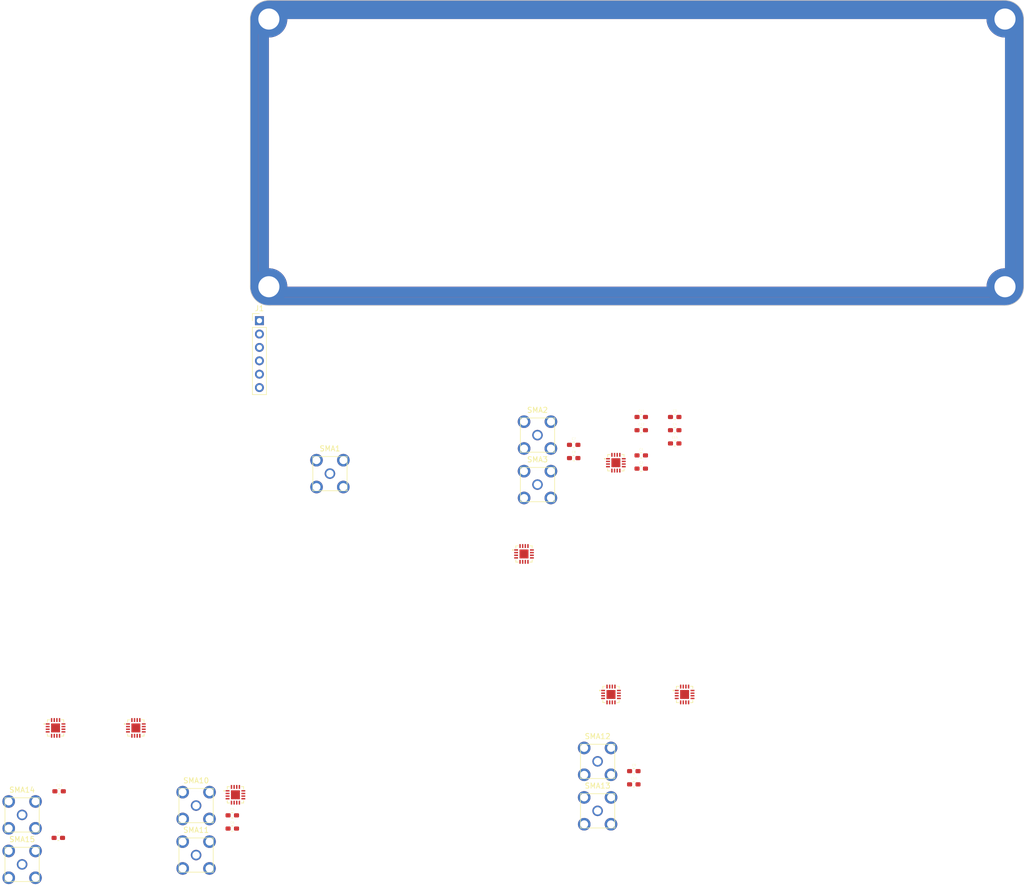
<source format=kicad_pcb>
(kicad_pcb (version 20221018) (generator pcbnew)
  (layers (0 "F.Cu" signal) (1 "In1.Cu" signal) (2 "In2.Cu" signal) (31 "B.Cu" signal) (34 "B.Paste" user) (35 "F.Paste" user) (36 "B.SilkS" user "B.Silkscreen") (37 "F.SilkS" user "F.Silkscreen") (38 "B.Mask" user) (39 "F.Mask" user) (44 "Edge.Cuts" user))
  (net 0 "")
  (net 1 "Vdd")
  (net 2 "GND")
  (net 3 "Vctr1")
  (net 4 "Vctr2")
  (net 5 "Vctr3")
  (net 6 "/Switch_cell1/In")
  (net 7 "Net-(U5-RF1)")
  (net 8 "Net-(U5-RF2)")
  (net 9 "Net-(U4-RF1)")
  (net 10 "Net-(U4-RF2)")
  (net 11 "Net-(U6-RF1)")
  (net 12 "Net-(U6-RF2)")
  (net 13 "Net-(U7-RF1)")
  (net 14 "Net-(U7-RF2)")
  (net 15 "/Switch_cell3/Out1")
  (net 16 "/Switch_cell1/Out2")
  (net 17 "/Switch_S6/In")
  (net 18 "/Switch_S3/In")
  (net 19 "/Switch_cell1/Out1")
  (net 20 "/Switch_S4/In")
  (net 21 "/Switch_S5/In")
  (net 22 "Net-(U3-RFC)")
  (footprint "radar:0603 usual" (layer "F.Cu") (at 117.5 -56.495)
    (fp_text reference "C4" (at 0.02 -1.14 unlocked) (layer "F.SilkS") (effects (font (size 0.4 0.4) (thickness 0.03))))
    (fp_text value "22uF")
    (fp_line (start -0.146267 -0.515) (end 0.146267 -0.515) (stroke (width 0.12)) (layer "F.SilkS"))
    (fp_line (start -0.146267 0.505) (end 0.146267 0.505) (stroke (width 0.12)) (layer "F.SilkS"))
    (pad "1" smd roundrect (at -0.8 -0.005) (size 0.965 0.8) (layers "F.Cu" "F.Paste" "F.Mask") (net 1 "Vdd"))
    (pad "2" smd roundrect (at 0.8 -0.005) (size 0.965 0.8) (layers "F.Cu" "F.Paste" "F.Mask") (net 2 "GND"))
  )
  (footprint "MUSIC_Lab:Switch_PE42553A_QFN17N" (layer "F.Cu") (at 119.38 -6.35)
    (fp_text reference "U3" hide)
    (fp_text value "Switch_PE42553A-Z" hide)
    (fp_line (start -1.55 -1.55) (end -1.07 -1.55) (stroke (width 0.127)) (layer "F.SilkS"))
    (fp_line (start -1.55 -1.07) (end -1.55 -1.55) (stroke (width 0.127)) (layer "F.SilkS"))
    (fp_line (start -1.55 1.07) (end -1.55 1.55) (stroke (width 0.127)) (layer "F.SilkS"))
    (fp_line (start -1.55 1.55) (end -1.07 1.55) (stroke (width 0.127)) (layer "F.SilkS"))
    (fp_line (start 1.07 -1.55) (end 1.55 -1.55) (stroke (width 0.127)) (layer "F.SilkS"))
    (fp_line (start 1.55 -1.55) (end 1.55 -1.07) (stroke (width 0.127)) (layer "F.SilkS"))
    (fp_line (start 1.55 1.07) (end 1.55 1.55) (stroke (width 0.127)) (layer "F.SilkS"))
    (fp_line (start 1.55 1.55) (end 1.07 1.55) (stroke (width 0.127)) (layer "F.SilkS"))
    (fp_circle (center -2.121 -0.75) (end -2.046 -0.75) (stroke (width 0.15)) (fill none) (layer "F.SilkS"))
    (pad "1" smd roundrect (at -1.495 -0.75) (size 0.74 0.27) (layers "F.Cu" "F.Paste" "F.Mask") (roundrect_rratio 0.07) (net 2 "GND"))
    (pad "2" smd roundrect (at -1.495 -0.25) (size 0.74 0.27) (layers "F.Cu" "F.Paste" "F.Mask") (roundrect_rratio 0.07) (net 19 "/Switch_cell1/Out1"))
    (pad "3" smd roundrect (at -1.495 0.25) (size 0.74 0.27) (layers "F.Cu" "F.Paste" "F.Mask") (roundrect_rratio 0.07) (net 2 "GND"))
    (pad "4" smd roundrect (at -1.495 0.75) (size 0.74 0.27) (layers "F.Cu" "F.Paste" "F.Mask") (roundrect_rratio 0.07) (net 2 "GND"))
    (pad "5" smd roundrect (at -0.75 1.495 90) (size 0.74 0.27) (layers "F.Cu" "F.Paste" "F.Mask") (roundrect_rratio 0.07) (net 2 "GND"))
    (pad "6" smd roundrect (at -0.25 1.495 90) (size 0.74 0.27) (layers "F.Cu" "F.Paste" "F.Mask") (roundrect_rratio 0.07) (net 2 "GND"))
    (pad "7" smd roundrect (at 0.25 1.495 90) (size 0.74 0.27) (layers "F.Cu" "F.Paste" "F.Mask") (roundrect_rratio 0.07) (net 22 "Net-(U3-RFC)"))
    (pad "8" smd roundrect (at 0.75 1.495 90) (size 0.74 0.27) (layers "F.Cu" "F.Paste" "F.Mask") (roundrect_rratio 0.07) (net 2 "GND"))
    (pad "9" smd roundrect (at 1.495 0.75 180) (size 0.74 0.27) (layers "F.Cu" "F.Paste" "F.Mask") (roundrect_rratio 0.07) (net 2 "GND"))
    (pad "10" smd roundrect (at 1.495 0.25 180) (size 0.74 0.27) (layers "F.Cu" "F.Paste" "F.Mask") (roundrect_rratio 0.07) (net 2 "GND"))
    (pad "11" smd roundrect (at 1.495 -0.25 180) (size 0.74 0.27) (layers "F.Cu" "F.Paste" "F.Mask") (roundrect_rratio 0.07) (net 16 "/Switch_cell1/Out2"))
    (pad "12" smd roundrect (at 1.495 -0.75 180) (size 0.74 0.27) (layers "F.Cu" "F.Paste" "F.Mask") (roundrect_rratio 0.07) (net 2 "GND"))
    (pad "13" smd roundrect (at 0.75 -1.495 270) (size 0.74 0.27) (layers "F.Cu" "F.Paste" "F.Mask") (roundrect_rratio 0.07) (net 2 "GND"))
    (pad "14" smd roundrect (at 0.25 -1.495 270) (size 0.74 0.27) (layers "F.Cu" "F.Paste" "F.Mask") (roundrect_rratio 0.07) (net 3 "Vctr1"))
    (pad "15" smd roundrect (at -0.25 -1.495 270) (size 0.74 0.27) (layers "F.Cu" "F.Paste" "F.Mask") (roundrect_rratio 0.07) (net 2 "GND"))
    (pad "16" smd roundrect (at -0.75 -1.495 270) (size 0.74 0.27) (layers "F.Cu" "F.Paste" "F.Mask") (roundrect_rratio 0.07) (net 1 "Vdd"))
    (pad "EP" smd rect (at 0 0) (size 1.7 1.7) (layers "F.Cu" "F.Mask") (net 2 "GND"))
  )
  (footprint "radar:0603 usual" (layer "F.Cu") (at 111.15 -51.715)
    (fp_text reference "C1" (at 0.02 -1.14 unlocked) (layer "F.SilkS") (effects (font (size 0.4 0.4) (thickness 0.03))))
    (fp_text value "0.1uF")
    (fp_line (start -0.146267 -0.515) (end 0.146267 -0.515) (stroke (width 0.12)) (layer "F.SilkS"))
    (fp_line (start -0.146267 0.505) (end 0.146267 0.505) (stroke (width 0.12)) (layer "F.SilkS"))
    (pad "1" smd roundrect (at -0.8 -0.005) (size 0.965 0.8) (layers "F.Cu" "F.Paste" "F.Mask") (net 1 "Vdd"))
    (pad "2" smd roundrect (at 0.8 -0.005) (size 0.965 0.8) (layers "F.Cu" "F.Paste" "F.Mask") (net 2 "GND"))
  )
  (footprint "radar:0603 usual" (layer "F.Cu") (at 111.15 -49.205)
    (fp_text reference "C2" (at 0.02 -1.14 unlocked) (layer "F.SilkS") (effects (font (size 0.4 0.4) (thickness 0.03))))
    (fp_text value "22uF")
    (fp_line (start -0.146267 -0.515) (end 0.146267 -0.515) (stroke (width 0.12)) (layer "F.SilkS"))
    (fp_line (start -0.146267 0.505) (end 0.146267 0.505) (stroke (width 0.12)) (layer "F.SilkS"))
    (pad "1" smd roundrect (at -0.8 -0.005) (size 0.965 0.8) (layers "F.Cu" "F.Paste" "F.Mask") (net 1 "Vdd"))
    (pad "2" smd roundrect (at 0.8 -0.005) (size 0.965 0.8) (layers "F.Cu" "F.Paste" "F.Mask") (net 2 "GND"))
  )
  (footprint "MUSIC_Lab:SMA_KHD" (layer "F.Cu") (at 26.67 24.13)
    (fp_text reference "SMA11" (at 0 -4.75) (layer "F.SilkS"))
    (fp_text value "~")
    (fp_rect (start -3.25 -3.25) (end 3.25 3.25) (stroke (width 0.12)) (fill none) (layer "F.SilkS"))
    (pad "1" thru_hole circle (at 0 0) (size 2 2) (drill 1.4) (layers "*.Cu" "*.Mask") (net 10 "Net-(U4-RF2)"))
    (pad "2" thru_hole circle (at -2.55 -2.55) (size 2.4 2.4) (drill 1.5) (layers "*.Cu" "*.Mask") (net 2 "GND"))
    (pad "2" thru_hole circle (at -2.54 2.54) (size 2.4 2.4) (drill 1.5) (layers "*.Cu" "*.Mask") (net 2 "GND"))
    (pad "2" thru_hole circle (at 2.54 2.54) (size 2.4 2.4) (drill 1.5) (layers "*.Cu" "*.Mask") (net 2 "GND"))
    (pad "2" thru_hole circle (at 2.55 -2.55) (size 2.4 2.4) (drill 1.5) (layers "*.Cu" "*.Mask") (net 2 "GND"))
  )
  (footprint "radar:0603 usual" (layer "F.Cu") (at 111.15 -56.495)
    (fp_text reference "C12" (at 0.02 -1.14 unlocked) (layer "F.SilkS") (effects (font (size 0.4 0.4) (thickness 0.03))))
    (fp_text value "22uF")
    (fp_line (start -0.146267 -0.515) (end 0.146267 -0.515) (stroke (width 0.12)) (layer "F.SilkS"))
    (fp_line (start -0.146267 0.505) (end 0.146267 0.505) (stroke (width 0.12)) (layer "F.SilkS"))
    (pad "1" smd roundrect (at -0.8 -0.005) (size 0.965 0.8) (layers "F.Cu" "F.Paste" "F.Mask") (net 1 "Vdd"))
    (pad "2" smd roundrect (at 0.8 -0.005) (size 0.965 0.8) (layers "F.Cu" "F.Paste" "F.Mask") (net 2 "GND"))
  )
  (footprint "MUSIC_Lab:SMA_KHD" (layer "F.Cu") (at 102.87 6.35)
    (fp_text reference "SMA12" (at 0 -4.75) (layer "F.SilkS"))
    (fp_text value "~")
    (fp_rect (start -3.25 -3.25) (end 3.25 3.25) (stroke (width 0.12)) (fill none) (layer "F.SilkS"))
    (pad "1" thru_hole circle (at 0 0) (size 2 2) (drill 1.4) (layers "*.Cu" "*.Mask") (net 11 "Net-(U6-RF1)"))
    (pad "2" thru_hole circle (at -2.55 -2.55) (size 2.4 2.4) (drill 1.5) (layers "*.Cu" "*.Mask") (net 2 "GND"))
    (pad "2" thru_hole circle (at -2.54 2.54) (size 2.4 2.4) (drill 1.5) (layers "*.Cu" "*.Mask") (net 2 "GND"))
    (pad "2" thru_hole circle (at 2.54 2.54) (size 2.4 2.4) (drill 1.5) (layers "*.Cu" "*.Mask") (net 2 "GND"))
    (pad "2" thru_hole circle (at 2.55 -2.55) (size 2.4 2.4) (drill 1.5) (layers "*.Cu" "*.Mask") (net 2 "GND"))
  )
  (footprint "radar:0603 usual" (layer "F.Cu") (at 98.33 -53.715)
    (fp_text reference "C7" (at 0.02 -1.14 unlocked) (layer "F.SilkS") (effects (font (size 0.4 0.4) (thickness 0.03))))
    (fp_text value "0.1uF")
    (fp_line (start -0.146267 -0.515) (end 0.146267 -0.515) (stroke (width 0.12)) (layer "F.SilkS"))
    (fp_line (start -0.146267 0.505) (end 0.146267 0.505) (stroke (width 0.12)) (layer "F.SilkS"))
    (pad "1" smd roundrect (at -0.8 -0.005) (size 0.965 0.8) (layers "F.Cu" "F.Paste" "F.Mask") (net 1 "Vdd"))
    (pad "2" smd roundrect (at 0.8 -0.005) (size 0.965 0.8) (layers "F.Cu" "F.Paste" "F.Mask") (net 2 "GND"))
  )
  (footprint "MUSIC_Lab:Outline_11x4" (layer "F.Cu") (at 110.331 -109.129)
    (fp_text reference "outline1" hide)
    (fp_text value "~")
    (fp_line (start -73.406 25.4) (end -73.406 -25.4) (stroke (width 0.12)) (layer "Edge.Cuts"))
    (fp_line (start -69.85 -28.956) (end 69.85 -28.956) (stroke (width 0.12)) (layer "Edge.Cuts"))
    (fp_line (start 69.85 28.956) (end -69.85 28.956) (stroke (width 0.12)) (layer "Edge.Cuts"))
    (fp_line (start 73.406 -25.4) (end 73.406 25.4) (stroke (width 0.12)) (layer "Edge.Cuts"))
    (fp_arc (start -73.406 -25.4) (mid -72.364472 -27.914472) (end -69.85 -28.956) (stroke (width 0.12)) (layer "Edge.Cuts"))
    (fp_arc (start -69.85 28.956) (mid -72.364472 27.914472) (end -73.406 25.4) (stroke (width 0.12)) (layer "Edge.Cuts"))
    (fp_arc (start 69.85 -28.956) (mid 72.364472 -27.914472) (end 73.406 -25.4) (stroke (width 0.12)) (layer "Edge.Cuts"))
    (fp_arc (start 73.406 25.4) (mid 72.364472 27.914472) (end 69.85 28.956) (stroke (width 0.12)) (layer "Edge.Cuts"))
    (pad "1" smd rect (at -72.6 0 90) (size 50.8 1.5) (property pad_prop_testpoint) (layers "F.Cu" "F.Mask") (net 2 "GND"))
    (pad "1" smd rect (at -72.6 0 90) (size 50.8 1.5) (property pad_prop_testpoint) (layers "B.Cu" "B.Mask") (net 2 "GND"))
    (pad "1" smd rect (at -70.85 0 90) (size 46.8 2) (property pad_prop_testpoint) (layers "F.Cu" "F.Mask") (net 2 "GND"))
    (pad "1" smd rect (at -70.85 0 90) (size 46.8 2) (property pad_prop_testpoint) (layers "B.Cu" "B.Mask") (net 2 "GND"))
    (pad "1" thru_hole circle (at -69.85 -25.4) (size 7 7) (drill 4) (layers "*.Cu" "*.Mask") (net 2 "GND"))
    (pad "1" thru_hole circle (at -69.85 25.4) (size 7 7) (drill 4) (layers "*.Cu" "*.Mask") (net 2 "GND"))
    (pad "1" smd rect (at 0 -28.15) (size 139.7 1.5) (property pad_prop_testpoint) (layers "F.Cu" "F.Mask") (net 2 "GND"))
    (pad "1" smd rect (at 0 -28.15) (size 139.7 1.5) (property pad_prop_testpoint) (layers "B.Cu" "B.Mask") (net 2 "GND"))
    (pad "1" smd rect (at 0 -26.4) (size 135.7 2) (property pad_prop_testpoint) (layers "F.Cu" "F.Mask") (net 2 "GND"))
    (pad "1" smd rect (at 0 -26.4) (size 135.7 2) (property pad_prop_testpoint) (layers "B.Cu" "B.Mask") (net 2 "GND"))
    (pad "1" smd rect (at 0 26.4) (size 135.7 2) (property pad_prop_testpoint) (layers "F.Cu" "F.Mask") (net 2 "GND"))
    (pad "1" smd rect (at 0 26.4) (size 135.7 2) (property pad_prop_testpoint) (layers "B.Cu" "B.Mask") (net 2 "GND"))
    (pad "1" smd rect (at 0 28.15) (size 139.7 1.5) (property pad_prop_testpoint) (layers "F.Cu" "F.Mask") (net 2 "GND"))
    (pad "1" smd rect (at 0 28.15) (size 139.7 1.5) (property pad_prop_testpoint) (layers "B.Cu" "B.Mask") (net 2 "GND"))
    (pad "1" thru_hole circle (at 69.85 -25.4) (size 7 7) (drill 4) (layers "*.Cu" "*.Mask") (net 2 "GND"))
    (pad "1" thru_hole circle (at 69.85 25.4) (size 7 7) (drill 4) (layers "*.Cu" "*.Mask") (net 2 "GND"))
    (pad "1" smd rect (at 70.85 0 90) (size 46.8 2) (property pad_prop_testpoint) (layers "F.Cu" "F.Mask") (net 2 "GND"))
    (pad "1" smd rect (at 70.85 0 90) (size 46.8 2) (property pad_prop_testpoint) (layers "B.Cu" "B.Mask") (net 2 "GND"))
    (pad "1" smd rect (at 72.6 0 90) (size 50.8 1.5) (property pad_prop_testpoint) (layers "F.Cu" "F.Mask") (net 2 "GND"))
    (pad "1" smd rect (at 72.6 0 90) (size 50.8 1.5) (property pad_prop_testpoint) (layers "B.Cu" "B.Mask") (net 2 "GND"))
  )
  (footprint "radar:0603 usual" (layer "F.Cu") (at 109.74 8.205)
    (fp_text reference "C9" (at 0.02 -1.14 unlocked) (layer "F.SilkS") (effects (font (size 0.4 0.4) (thickness 0.03))))
    (fp_text value "0.1uF")
    (fp_line (start -0.146267 -0.515) (end 0.146267 -0.515) (stroke (width 0.12)) (layer "F.SilkS"))
    (fp_line (start -0.146267 0.505) (end 0.146267 0.505) (stroke (width 0.12)) (layer "F.SilkS"))
    (pad "1" smd roundrect (at -0.8 -0.005) (size 0.965 0.8) (layers "F.Cu" "F.Paste" "F.Mask") (net 1 "Vdd"))
    (pad "2" smd roundrect (at 0.8 -0.005) (size 0.965 0.8) (layers "F.Cu" "F.Paste" "F.Mask") (net 2 "GND"))
  )
  (footprint "MUSIC_Lab:Switch_PE42553A_QFN17N" (layer "F.Cu") (at 105.41 -6.35)
    (fp_text reference "U2" hide)
    (fp_text value "Switch_PE42553A-Z" hide)
    (fp_line (start -1.55 -1.55) (end -1.07 -1.55) (stroke (width 0.127)) (layer "F.SilkS"))
    (fp_line (start -1.55 -1.07) (end -1.55 -1.55) (stroke (width 0.127)) (layer "F.SilkS"))
    (fp_line (start -1.55 1.07) (end -1.55 1.55) (stroke (width 0.127)) (layer "F.SilkS"))
    (fp_line (start -1.55 1.55) (end -1.07 1.55) (stroke (width 0.127)) (layer "F.SilkS"))
    (fp_line (start 1.07 -1.55) (end 1.55 -1.55) (stroke (width 0.127)) (layer "F.SilkS"))
    (fp_line (start 1.55 -1.55) (end 1.55 -1.07) (stroke (width 0.127)) (layer "F.SilkS"))
    (fp_line (start 1.55 1.07) (end 1.55 1.55) (stroke (width 0.127)) (layer "F.SilkS"))
    (fp_line (start 1.55 1.55) (end 1.07 1.55) (stroke (width 0.127)) (layer "F.SilkS"))
    (fp_circle (center -2.121 -0.75) (end -2.046 -0.75) (stroke (width 0.15)) (fill none) (layer "F.SilkS"))
    (pad "1" smd roundrect (at -1.495 -0.75) (size 0.74 0.27) (layers "F.Cu" "F.Paste" "F.Mask") (roundrect_rratio 0.07) (net 2 "GND"))
    (pad "2" smd roundrect (at -1.495 -0.25) (size 0.74 0.27) (layers "F.Cu" "F.Paste" "F.Mask") (roundrect_rratio 0.07) (net 18 "/Switch_S3/In"))
    (pad "3" smd roundrect (at -1.495 0.25) (size 0.74 0.27) (layers "F.Cu" "F.Paste" "F.Mask") (roundrect_rratio 0.07) (net 2 "GND"))
    (pad "4" smd roundrect (at -1.495 0.75) (size 0.74 0.27) (layers "F.Cu" "F.Paste" "F.Mask") (roundrect_rratio 0.07) (net 2 "GND"))
    (pad "5" smd roundrect (at -0.75 1.495 90) (size 0.74 0.27) (layers "F.Cu" "F.Paste" "F.Mask") (roundrect_rratio 0.07) (net 2 "GND"))
    (pad "6" smd roundrect (at -0.25 1.495 90) (size 0.74 0.27) (layers "F.Cu" "F.Paste" "F.Mask") (roundrect_rratio 0.07) (net 2 "GND"))
    (pad "7" smd roundrect (at 0.25 1.495 90) (size 0.74 0.27) (layers "F.Cu" "F.Paste" "F.Mask") (roundrect_rratio 0.07) (net 19 "/Switch_cell1/Out1"))
    (pad "8" smd roundrect (at 0.75 1.495 90) (size 0.74 0.27) (layers "F.Cu" "F.Paste" "F.Mask") (roundrect_rratio 0.07) (net 2 "GND"))
    (pad "9" smd roundrect (at 1.495 0.75 180) (size 0.74 0.27) (layers "F.Cu" "F.Paste" "F.Mask") (roundrect_rratio 0.07) (net 2 "GND"))
    (pad "10" smd roundrect (at 1.495 0.25 180) (size 0.74 0.27) (layers "F.Cu" "F.Paste" "F.Mask") (roundrect_rratio 0.07) (net 2 "GND"))
    (pad "11" smd roundrect (at 1.495 -0.25 180) (size 0.74 0.27) (layers "F.Cu" "F.Paste" "F.Mask") (roundrect_rratio 0.07) (net 20 "/Switch_S4/In"))
    (pad "12" smd roundrect (at 1.495 -0.75 180) (size 0.74 0.27) (layers "F.Cu" "F.Paste" "F.Mask") (roundrect_rratio 0.07) (net 2 "GND"))
    (pad "13" smd roundrect (at 0.75 -1.495 270) (size 0.74 0.27) (layers "F.Cu" "F.Paste" "F.Mask") (roundrect_rratio 0.07) (net 2 "GND"))
    (pad "14" smd roundrect (at 0.25 -1.495 270) (size 0.74 0.27) (layers "F.Cu" "F.Paste" "F.Mask") (roundrect_rratio 0.07) (net 4 "Vctr2"))
    (pad "15" smd roundrect (at -0.25 -1.495 270) (size 0.74 0.27) (layers "F.Cu" "F.Paste" "F.Mask") (roundrect_rratio 0.07) (net 2 "GND"))
    (pad "16" smd roundrect (at -0.75 -1.495 270) (size 0.74 0.27) (layers "F.Cu" "F.Paste" "F.Mask") (roundrect_rratio 0.07) (net 1 "Vdd"))
    (pad "EP" smd rect (at 0 0) (size 1.7 1.7) (layers "F.Cu" "F.Mask") (net 2 "GND"))
  )
  (footprint "radar:0603 usual" (layer "F.Cu") (at 117.5 -59.005)
    (fp_text reference "C3" (at 0.02 -1.14 unlocked) (layer "F.SilkS") (effects (font (size 0.4 0.4) (thickness 0.03))))
    (fp_text value "0.1uF")
    (fp_line (start -0.146267 -0.515) (end 0.146267 -0.515) (stroke (width 0.12)) (layer "F.SilkS"))
    (fp_line (start -0.146267 0.505) (end 0.146267 0.505) (stroke (width 0.12)) (layer "F.SilkS"))
    (pad "1" smd roundrect (at -0.8 -0.005) (size 0.965 0.8) (layers "F.Cu" "F.Paste" "F.Mask") (net 1 "Vdd"))
    (pad "2" smd roundrect (at 0.8 -0.005) (size 0.965 0.8) (layers "F.Cu" "F.Paste" "F.Mask") (net 2 "GND"))
  )
  (footprint "Connector_PinHeader_2.54mm:PinHeader_1x06_P2.54mm_Vertical" (layer "F.Cu") (at 38.69 -77.29)
    (fp_text reference "J1" (at 0 -2.33) (layer "F.SilkS"))
    (fp_text value "Conn_01x06")
    (fp_line (start -1.33 -1.33) (end 0 -1.33) (stroke (width 0.12)) (layer "F.SilkS"))
    (fp_line (start -1.33 0) (end -1.33 -1.33) (stroke (width 0.12)) (layer "F.SilkS"))
    (fp_line (start -1.33 1.27) (end -1.33 14.03) (stroke (width 0.12)) (layer "F.SilkS"))
    (fp_line (start -1.33 1.27) (end 1.33 1.27) (stroke (width 0.12)) (layer "F.SilkS"))
    (fp_line (start -1.33 14.03) (end 1.33 14.03) (stroke (width 0.12)) (layer "F.SilkS"))
    (fp_line (start 1.33 1.27) (end 1.33 14.03) (stroke (width 0.12)) (layer "F.SilkS"))
    (pad "1" thru_hole rect (at 0 0) (size 1.7 1.7) (drill 1) (layers "*.Cu" "*.Mask") (net 2 "GND"))
    (pad "2" thru_hole oval (at 0 2.54) (size 1.7 1.7) (drill 1) (layers "*.Cu" "*.Mask") (net 1 "Vdd"))
    (pad "3" thru_hole oval (at 0 5.08) (size 1.7 1.7) (drill 1) (layers "*.Cu" "*.Mask") (net 3 "Vctr1"))
    (pad "4" thru_hole oval (at 0 7.62) (size 1.7 1.7) (drill 1) (layers "*.Cu" "*.Mask") (net 4 "Vctr2"))
    (pad "5" thru_hole oval (at 0 10.16) (size 1.7 1.7) (drill 1) (layers "*.Cu" "*.Mask") (net 5 "Vctr3"))
    (pad "6" thru_hole oval (at 0 12.7) (size 1.7 1.7) (drill 1) (layers "*.Cu" "*.Mask") (net 2 "GND"))
  )
  (footprint "radar:0603 usual" (layer "F.Cu") (at 109.74 10.715)
    (fp_text reference "C10" (at 0.02 -1.14 unlocked) (layer "F.SilkS") (effects (font (size 0.4 0.4) (thickness 0.03))))
    (fp_text value "22uF")
    (fp_line (start -0.146267 -0.515) (end 0.146267 -0.515) (stroke (width 0.12)) (layer "F.SilkS"))
    (fp_line (start -0.146267 0.505) (end 0.146267 0.505) (stroke (width 0.12)) (layer "F.SilkS"))
    (pad "1" smd roundrect (at -0.8 -0.005) (size 0.965 0.8) (layers "F.Cu" "F.Paste" "F.Mask") (net 1 "Vdd"))
    (pad "2" smd roundrect (at 0.8 -0.005) (size 0.965 0.8) (layers "F.Cu" "F.Paste" "F.Mask") (net 2 "GND"))
  )
  (footprint "radar:0603 usual" (layer "F.Cu") (at 33.54 16.595)
    (fp_text reference "C5" (at 0.02 -1.14 unlocked) (layer "F.SilkS") (effects (font (size 0.4 0.4) (thickness 0.03))))
    (fp_text value "0.1uF")
    (fp_line (start -0.146267 -0.515) (end 0.146267 -0.515) (stroke (width 0.12)) (layer "F.SilkS"))
    (fp_line (start -0.146267 0.505) (end 0.146267 0.505) (stroke (width 0.12)) (layer "F.SilkS"))
    (pad "1" smd roundrect (at -0.8 -0.005) (size 0.965 0.8) (layers "F.Cu" "F.Paste" "F.Mask") (net 1 "Vdd"))
    (pad "2" smd roundrect (at 0.8 -0.005) (size 0.965 0.8) (layers "F.Cu" "F.Paste" "F.Mask") (net 2 "GND"))
  )
  (footprint "MUSIC_Lab:SMA_KHD" (layer "F.Cu") (at -6.35 16.51)
    (fp_text reference "SMA14" (at 0 -4.75) (layer "F.SilkS"))
    (fp_text value "~")
    (fp_rect (start -3.25 -3.25) (end 3.25 3.25) (stroke (width 0.12)) (fill none) (layer "F.SilkS"))
    (pad "1" thru_hole circle (at 0 0) (size 2 2) (drill 1.4) (layers "*.Cu" "*.Mask") (net 13 "Net-(U7-RF1)"))
    (pad "2" thru_hole circle (at -2.55 -2.55) (size 2.4 2.4) (drill 1.5) (layers "*.Cu" "*.Mask") (net 2 "GND"))
    (pad "2" thru_hole circle (at -2.54 2.54) (size 2.4 2.4) (drill 1.5) (layers "*.Cu" "*.Mask") (net 2 "GND"))
    (pad "2" thru_hole circle (at 2.54 2.54) (size 2.4 2.4) (drill 1.5) (layers "*.Cu" "*.Mask") (net 2 "GND"))
    (pad "2" thru_hole circle (at 2.55 -2.55) (size 2.4 2.4) (drill 1.5) (layers "*.Cu" "*.Mask") (net 2 "GND"))
  )
  (footprint "MUSIC_Lab:Switch_PE42553A_QFN17N" (layer "F.Cu") (at 34.136 12.69)
    (fp_text reference "U4" hide)
    (fp_text value "Switch_PE42553A-Z" hide)
    (fp_line (start -1.55 -1.55) (end -1.07 -1.55) (stroke (width 0.127)) (layer "F.SilkS"))
    (fp_line (start -1.55 -1.07) (end -1.55 -1.55) (stroke (width 0.127)) (layer "F.SilkS"))
    (fp_line (start -1.55 1.07) (end -1.55 1.55) (stroke (width 0.127)) (layer "F.SilkS"))
    (fp_line (start -1.55 1.55) (end -1.07 1.55) (stroke (width 0.127)) (layer "F.SilkS"))
    (fp_line (start 1.07 -1.55) (end 1.55 -1.55) (stroke (width 0.127)) (layer "F.SilkS"))
    (fp_line (start 1.55 -1.55) (end 1.55 -1.07) (stroke (width 0.127)) (layer "F.SilkS"))
    (fp_line (start 1.55 1.07) (end 1.55 1.55) (stroke (width 0.127)) (layer "F.SilkS"))
    (fp_line (start 1.55 1.55) (end 1.07 1.55) (stroke (width 0.127)) (layer "F.SilkS"))
    (fp_circle (center -2.121 -0.75) (end -2.046 -0.75) (stroke (width 0.15)) (fill none) (layer "F.SilkS"))
    (pad "1" smd roundrect (at -1.495 -0.75) (size 0.74 0.27) (layers "F.Cu" "F.Paste" "F.Mask") (roundrect_rratio 0.07) (net 2 "GND"))
    (pad "2" smd roundrect (at -1.495 -0.25) (size 0.74 0.27) (layers "F.Cu" "F.Paste" "F.Mask") (roundrect_rratio 0.07) (net 9 "Net-(U4-RF1)"))
    (pad "3" smd roundrect (at -1.495 0.25) (size 0.74 0.27) (layers "F.Cu" "F.Paste" "F.Mask") (roundrect_rratio 0.07) (net 2 "GND"))
    (pad "4" smd roundrect (at -1.495 0.75) (size 0.74 0.27) (layers "F.Cu" "F.Paste" "F.Mask") (roundrect_rratio 0.07) (net 2 "GND"))
    (pad "5" smd roundrect (at -0.75 1.495 90) (size 0.74 0.27) (layers "F.Cu" "F.Paste" "F.Mask") (roundrect_rratio 0.07) (net 2 "GND"))
    (pad "6" smd roundrect (at -0.25 1.495 90) (size 0.74 0.27) (layers "F.Cu" "F.Paste" "F.Mask") (roundrect_rratio 0.07) (net 2 "GND"))
    (pad "7" smd roundrect (at 0.25 1.495 90) (size 0.74 0.27) (layers "F.Cu" "F.Paste" "F.Mask") (roundrect_rratio 0.07) (net 18 "/Switch_S3/In"))
    (pad "8" smd roundrect (at 0.75 1.495 90) (size 0.74 0.27) (layers "F.Cu" "F.Paste" "F.Mask") (roundrect_rratio 0.07) (net 2 "GND"))
    (pad "9" smd roundrect (at 1.495 0.75 180) (size 0.74 0.27) (layers "F.Cu" "F.Paste" "F.Mask") (roundrect_rratio 0.07) (net 2 "GND"))
    (pad "10" smd roundrect (at 1.495 0.25 180) (size 0.74 0.27) (layers "F.Cu" "F.Paste" "F.Mask") (roundrect_rratio 0.07) (net 2 "GND"))
    (pad "11" smd roundrect (at 1.495 -0.25 180) (size 0.74 0.27) (layers "F.Cu" "F.Paste" "F.Mask") (roundrect_rratio 0.07) (net 10 "Net-(U4-RF2)"))
    (pad "12" smd roundrect (at 1.495 -0.75 180) (size 0.74 0.27) (layers "F.Cu" "F.Paste" "F.Mask") (roundrect_rratio 0.07) (net 2 "GND"))
    (pad "13" smd roundrect (at 0.75 -1.495 270) (size 0.74 0.27) (layers "F.Cu" "F.Paste" "F.Mask") (roundrect_rratio 0.07) (net 2 "GND"))
    (pad "14" smd roundrect (at 0.25 -1.495 270) (size 0.74 0.27) (layers "F.Cu" "F.Paste" "F.Mask") (roundrect_rratio 0.07) (net 5 "Vctr3"))
    (pad "15" smd roundrect (at -0.25 -1.495 270) (size 0.74 0.27) (layers "F.Cu" "F.Paste" "F.Mask") (roundrect_rratio 0.07) (net 2 "GND"))
    (pad "16" smd roundrect (at -0.75 -1.495 270) (size 0.74 0.27) (layers "F.Cu" "F.Paste" "F.Mask") (roundrect_rratio 0.07) (net 1 "Vdd"))
    (pad "EP" smd rect (at 0 0) (size 1.7 1.7) (layers "F.Cu" "F.Mask") (net 2 "GND"))
  )
  (footprint "MUSIC_Lab:SMA_KHD" (layer "F.Cu") (at 91.46 -46.18)
    (fp_text reference "SMA3" (at 0 -4.75) (layer "F.SilkS"))
    (fp_text value "~")
    (fp_rect (start -3.25 -3.25) (end 3.25 3.25) (stroke (width 0.12)) (fill none) (layer "F.SilkS"))
    (pad "1" thru_hole circle (at 0 0) (size 2 2) (drill 1.4) (layers "*.Cu" "*.Mask") (net 8 "Net-(U5-RF2)"))
    (pad "2" thru_hole circle (at -2.55 -2.55) (size 2.4 2.4) (drill 1.5) (layers "*.Cu" "*.Mask") (net 2 "GND"))
    (pad "2" thru_hole circle (at -2.54 2.54) (size 2.4 2.4) (drill 1.5) (layers "*.Cu" "*.Mask") (net 2 "GND"))
    (pad "2" thru_hole circle (at 2.54 2.54) (size 2.4 2.4) (drill 1.5) (layers "*.Cu" "*.Mask") (net 2 "GND"))
    (pad "2" thru_hole circle (at 2.55 -2.55) (size 2.4 2.4) (drill 1.5) (layers "*.Cu" "*.Mask") (net 2 "GND"))
  )
  (footprint "radar:0603 usual" (layer "F.Cu") (at 33.54 19.105)
    (fp_text reference "C6" (at 0.02 -1.14 unlocked) (layer "F.SilkS") (effects (font (size 0.4 0.4) (thickness 0.03))))
    (fp_text value "22uF")
    (fp_line (start -0.146267 -0.515) (end 0.146267 -0.515) (stroke (width 0.12)) (layer "F.SilkS"))
    (fp_line (start -0.146267 0.505) (end 0.146267 0.505) (stroke (width 0.12)) (layer "F.SilkS"))
    (pad "1" smd roundrect (at -0.8 -0.005) (size 0.965 0.8) (layers "F.Cu" "F.Paste" "F.Mask") (net 1 "Vdd"))
    (pad "2" smd roundrect (at 0.8 -0.005) (size 0.965 0.8) (layers "F.Cu" "F.Paste" "F.Mask") (net 2 "GND"))
  )
  (footprint "MUSIC_Lab:Switch_PE42553A_QFN17N" (layer "F.Cu") (at 88.9 -33.02)
    (fp_text reference "U5" hide)
    (fp_text value "Switch_PE42553A-Z" hide)
    (fp_line (start -1.55 -1.55) (end -1.07 -1.55) (stroke (width 0.127)) (layer "F.SilkS"))
    (fp_line (start -1.55 -1.07) (end -1.55 -1.55) (stroke (width 0.127)) (layer "F.SilkS"))
    (fp_line (start -1.55 1.07) (end -1.55 1.55) (stroke (width 0.127)) (layer "F.SilkS"))
    (fp_line (start -1.55 1.55) (end -1.07 1.55) (stroke (width 0.127)) (layer "F.SilkS"))
    (fp_line (start 1.07 -1.55) (end 1.55 -1.55) (stroke (width 0.127)) (layer "F.SilkS"))
    (fp_line (start 1.55 -1.55) (end 1.55 -1.07) (stroke (width 0.127)) (layer "F.SilkS"))
    (fp_line (start 1.55 1.07) (end 1.55 1.55) (stroke (width 0.127)) (layer "F.SilkS"))
    (fp_line (start 1.55 1.55) (end 1.07 1.55) (stroke (width 0.127)) (layer "F.SilkS"))
    (fp_circle (center -2.121 -0.75) (end -2.046 -0.75) (stroke (width 0.15)) (fill none) (layer "F.SilkS"))
    (pad "1" smd roundrect (at -1.495 -0.75) (size 0.74 0.27) (layers "F.Cu" "F.Paste" "F.Mask") (roundrect_rratio 0.07) (net 2 "GND"))
    (pad "2" smd roundrect (at -1.495 -0.25) (size 0.74 0.27) (layers "F.Cu" "F.Paste" "F.Mask") (roundrect_rratio 0.07) (net 7 "Net-(U5-RF1)"))
    (pad "3" smd roundrect (at -1.495 0.25) (size 0.74 0.27) (layers "F.Cu" "F.Paste" "F.Mask") (roundrect_rratio 0.07) (net 2 "GND"))
    (pad "4" smd roundrect (at -1.495 0.75) (size 0.74 0.27) (layers "F.Cu" "F.Paste" "F.Mask") (roundrect_rratio 0.07) (net 2 "GND"))
    (pad "5" smd roundrect (at -0.75 1.495 90) (size 0.74 0.27) (layers "F.Cu" "F.Paste" "F.Mask") (roundrect_rratio 0.07) (net 2 "GND"))
    (pad "6" smd roundrect (at -0.25 1.495 90) (size 0.74 0.27) (layers "F.Cu" "F.Paste" "F.Mask") (roundrect_rratio 0.07) (net 2 "GND"))
    (pad "7" smd roundrect (at 0.25 1.495 90) (size 0.74 0.27) (layers "F.Cu" "F.Paste" "F.Mask") (roundrect_rratio 0.07) (net 20 "/Switch_S4/In"))
    (pad "8" smd roundrect (at 0.75 1.495 90) (size 0.74 0.27) (layers "F.Cu" "F.Paste" "F.Mask") (roundrect_rratio 0.07) (net 2 "GND"))
    (pad "9" smd roundrect (at 1.495 0.75 180) (size 0.74 0.27) (layers "F.Cu" "F.Paste" "F.Mask") (roundrect_rratio 0.07) (net 2 "GND"))
    (pad "10" smd roundrect (at 1.495 0.25 180) (size 0.74 0.27) (layers "F.Cu" "F.Paste" "F.Mask") (roundrect_rratio 0.07) (net 2 "GND"))
    (pad "11" smd roundrect (at 1.495 -0.25 180) (size 0.74 0.27) (layers "F.Cu" "F.Paste" "F.Mask") (roundrect_rratio 0.07) (net 8 "Net-(U5-RF2)"))
    (pad "12" smd roundrect (at 1.495 -0.75 180) (size 0.74 0.27) (layers "F.Cu" "F.Paste" "F.Mask") (roundrect_rratio 0.07) (net 2 "GND"))
    (pad "13" smd roundrect (at 0.75 -1.495 270) (size 0.74 0.27) (layers "F.Cu" "F.Paste" "F.Mask") (roundrect_rratio 0.07) (net 2 "GND"))
    (pad "14" smd roundrect (at 0.25 -1.495 270) (size 0.74 0.27) (layers "F.Cu" "F.Paste" "F.Mask") (roundrect_rratio 0.07) (net 5 "Vctr3"))
    (pad "15" smd roundrect (at -0.25 -1.495 270) (size 0.74 0.27) (layers "F.Cu" "F.Paste" "F.Mask") (roundrect_rratio 0.07) (net 2 "GND"))
    (pad "16" smd roundrect (at -0.75 -1.495 270) (size 0.74 0.27) (layers "F.Cu" "F.Paste" "F.Mask") (roundrect_rratio 0.07) (net 1 "Vdd"))
    (pad "EP" smd rect (at 0 0) (size 1.7 1.7) (layers "F.Cu" "F.Mask") (net 2 "GND"))
  )
  (footprint "MUSIC_Lab:SMA_KHD" (layer "F.Cu") (at -6.35 25.9)
    (fp_text reference "SMA15" (at 0 -4.75) (layer "F.SilkS"))
    (fp_text value "~")
    (fp_rect (start -3.25 -3.25) (end 3.25 3.25) (stroke (width 0.12)) (fill none) (layer "F.SilkS"))
    (pad "1" thru_hole circle (at 0 0) (size 2 2) (drill 1.4) (layers "*.Cu" "*.Mask") (net 14 "Net-(U7-RF2)"))
    (pad "2" thru_hole circle (at -2.55 -2.55) (size 2.4 2.4) (drill 1.5) (layers "*.Cu" "*.Mask") (net 2 "GND"))
    (pad "2" thru_hole circle (at -2.54 2.54) (size 2.4 2.4) (drill 1.5) (layers "*.Cu" "*.Mask") (net 2 "GND"))
    (pad "2" thru_hole circle (at 2.54 2.54) (size 2.4 2.4) (drill 1.5) (layers "*.Cu" "*.Mask") (net 2 "GND"))
    (pad "2" thru_hole circle (at 2.55 -2.55) (size 2.4 2.4) (drill 1.5) (layers "*.Cu" "*.Mask") (net 2 "GND"))
  )
  (footprint "radar:0603 usual" (layer "F.Cu") (at 111.15 -59.005)
    (fp_text reference "C11" (at 0.02 -1.14 unlocked) (layer "F.SilkS") (effects (font (size 0.4 0.4) (thickness 0.03))))
    (fp_text value "0.1uF")
    (fp_line (start -0.146267 -0.515) (end 0.146267 -0.515) (stroke (width 0.12)) (layer "F.SilkS"))
    (fp_line (start -0.146267 0.505) (end 0.146267 0.505) (stroke (width 0.12)) (layer "F.SilkS"))
    (pad "1" smd roundrect (at -0.8 -0.005) (size 0.965 0.8) (layers "F.Cu" "F.Paste" "F.Mask") (net 1 "Vdd"))
    (pad "2" smd roundrect (at 0.8 -0.005) (size 0.965 0.8) (layers "F.Cu" "F.Paste" "F.Mask") (net 2 "GND"))
  )
  (footprint "radar:0603 usual" (layer "F.Cu") (at 98.33 -51.205)
    (fp_text reference "C8" (at 0.02 -1.14 unlocked) (layer "F.SilkS") (effects (font (size 0.4 0.4) (thickness 0.03))))
    (fp_text value "22uF")
    (fp_line (start -0.146267 -0.515) (end 0.146267 -0.515) (stroke (width 0.12)) (layer "F.SilkS"))
    (fp_line (start -0.146267 0.505) (end 0.146267 0.505) (stroke (width 0.12)) (layer "F.SilkS"))
    (pad "1" smd roundrect (at -0.8 -0.005) (size 0.965 0.8) (layers "F.Cu" "F.Paste" "F.Mask") (net 1 "Vdd"))
    (pad "2" smd roundrect (at 0.8 -0.005) (size 0.965 0.8) (layers "F.Cu" "F.Paste" "F.Mask") (net 2 "GND"))
  )
  (footprint "MUSIC_Lab:Switch_PE42553A_QFN17N" (layer "F.Cu") (at 15.24 0)
    (fp_text reference "U6" hide)
    (fp_text value "Switch_PE42553A-Z" hide)
    (fp_line (start -1.55 -1.55) (end -1.07 -1.55) (stroke (width 0.127)) (layer "F.SilkS"))
    (fp_line (start -1.55 -1.07) (end -1.55 -1.55) (stroke (width 0.127)) (layer "F.SilkS"))
    (fp_line (start -1.55 1.07) (end -1.55 1.55) (stroke (width 0.127)) (layer "F.SilkS"))
    (fp_line (start -1.55 1.55) (end -1.07 1.55) (stroke (width 0.127)) (layer "F.SilkS"))
    (fp_line (start 1.07 -1.55) (end 1.55 -1.55) (stroke (width 0.127)) (layer "F.SilkS"))
    (fp_line (start 1.55 -1.55) (end 1.55 -1.07) (stroke (width 0.127)) (layer "F.SilkS"))
    (fp_line (start 1.55 1.07) (end 1.55 1.55) (stroke (width 0.127)) (layer "F.SilkS"))
    (fp_line (start 1.55 1.55) (end 1.07 1.55) (stroke (width 0.127)) (layer "F.SilkS"))
    (fp_circle (center -2.121 -0.75) (end -2.046 -0.75) (stroke (width 0.15)) (fill none) (layer "F.SilkS"))
    (pad "1" smd roundrect (at -1.495 -0.75) (size 0.74 0.27) (layers "F.Cu" "F.Paste" "F.Mask") (roundrect_rratio 0.07) (net 2 "GND"))
    (pad "2" smd roundrect (at -1.495 -0.25) (size 0.74 0.27) (layers "F.Cu" "F.Paste" "F.Mask") (roundrect_rratio 0.07) (net 11 "Net-(U6-RF1)"))
    (pad "3" smd roundrect (at -1.495 0.25) (size 0.74 0.27) (layers "F.Cu" "F.Paste" "F.Mask") (roundrect_rratio 0.07) (net 2 "GND"))
    (pad "4" smd roundrect (at -1.495 0.75) (size 0.74 0.27) (layers "F.Cu" "F.Paste" "F.Mask") (roundrect_rratio 0.07) (net 2 "GND"))
    (pad "5" smd roundrect (at -0.75 1.495 90) (size 0.74 0.27) (layers "F.Cu" "F.Paste" "F.Mask") (roundrect_rratio 0.07) (net 2 "GND"))
    (pad "6" smd roundrect (at -0.25 1.495 90) (size 0.74 0.27) (layers "F.Cu" "F.Paste" "F.Mask") (roundrect_rratio 0.07) (net 2 "GND"))
    (pad "7" smd roundrect (at 0.25 1.495 90) (size 0.74 0.27) (layers "F.Cu" "F.Paste" "F.Mask") (roundrect_rratio 0.07) (net 21 "/Switch_S5/In"))
    (pad "8" smd roundrect (at 0.75 1.495 90) (size 0.74 0.27) (layers "F.Cu" "F.Paste" "F.Mask") (roundrect_rratio 0.07) (net 2 "GND"))
    (pad "9" smd roundrect (at 1.495 0.75 180) (size 0.74 0.27) (layers "F.Cu" "F.Paste" "F.Mask") (roundrect_rratio 0.07) (net 2 "GND"))
    (pad "10" smd roundrect (at 1.495 0.25 180) (size 0.74 0.27) (layers "F.Cu" "F.Paste" "F.Mask") (roundrect_rratio 0.07) (net 2 "GND"))
    (pad "11" smd roundrect (at 1.495 -0.25 180) (size 0.74 0.27) (layers "F.Cu" "F.Paste" "F.Mask") (roundrect_rratio 0.07) (net 12 "Net-(U6-RF2)"))
    (pad "12" smd roundrect (at 1.495 -0.75 180) (size 0.74 0.27) (layers "F.Cu" "F.Paste" "F.Mask") (roundrect_rratio 0.07) (net 2 "GND"))
    (pad "13" smd roundrect (at 0.75 -1.495 270) (size 0.74 0.27) (layers "F.Cu" "F.Paste" "F.Mask") (roundrect_rratio 0.07) (net 2 "GND"))
    (pad "14" smd roundrect (at 0.25 -1.495 270) (size 0.74 0.27) (layers "F.Cu" "F.Paste" "F.Mask") (roundrect_rratio 0.07) (net 5 "Vctr3"))
    (pad "15" smd roundrect (at -0.25 -1.495 270) (size 0.74 0.27) (layers "F.Cu" "F.Paste" "F.Mask") (roundrect_rratio 0.07) (net 2 "GND"))
    (pad "16" smd roundrect (at -0.75 -1.495 270) (size 0.74 0.27) (layers "F.Cu" "F.Paste" "F.Mask") (roundrect_rratio 0.07) (net 1 "Vdd"))
    (pad "EP" smd rect (at 0 0) (size 1.7 1.7) (layers "F.Cu" "F.Mask") (net 2 "GND"))
  )
  (footprint "MUSIC_Lab:SMA_KHD" (layer "F.Cu") (at 26.67 14.74)
    (fp_text reference "SMA10" (at 0 -4.75) (layer "F.SilkS"))
    (fp_text value "~")
    (fp_rect (start -3.25 -3.25) (end 3.25 3.25) (stroke (width 0.12)) (fill none) (layer "F.SilkS"))
    (pad "1" thru_hole circle (at 0 0) (size 2 2) (drill 1.4) (layers "*.Cu" "*.Mask") (net 9 "Net-(U4-RF1)"))
    (pad "2" thru_hole circle (at -2.55 -2.55) (size 2.4 2.4) (drill 1.5) (layers "*.Cu" "*.Mask") (net 2 "GND"))
    (pad "2" thru_hole circle (at -2.54 2.54) (size 2.4 2.4) (drill 1.5) (layers "*.Cu" "*.Mask") (net 2 "GND"))
    (pad "2" thru_hole circle (at 2.54 2.54) (size 2.4 2.4) (drill 1.5) (layers "*.Cu" "*.Mask") (net 2 "GND"))
    (pad "2" thru_hole circle (at 2.55 -2.55) (size 2.4 2.4) (drill 1.5) (layers "*.Cu" "*.Mask") (net 2 "GND"))
  )
  (footprint "radar:0603 usual" (layer "F.Cu") (at 0.671 12.031)
    (fp_text reference "C13" (at 0.02 -1.14 unlocked) (layer "F.SilkS") (effects (font (size 0.4 0.4) (thickness 0.03))))
    (fp_text value "0.1uF")
    (fp_line (start -0.146267 -0.515) (end 0.146267 -0.515) (stroke (width 0.12)) (layer "F.SilkS"))
    (fp_line (start -0.146267 0.505) (end 0.146267 0.505) (stroke (width 0.12)) (layer "F.SilkS"))
    (pad "1" smd roundrect (at -0.8 -0.005) (size 0.965 0.8) (layers "F.Cu" "F.Paste" "F.Mask") (net 1 "Vdd"))
    (pad "2" smd roundrect (at 0.8 -0.005) (size 0.965 0.8) (layers "F.Cu" "F.Paste" "F.Mask") (net 2 "GND"))
  )
  (footprint "radar:0603 usual" (layer "F.Cu") (at 117.5 -53.985)
    (fp_text reference "C15" (at 0.02 -1.14 unlocked) (layer "F.SilkS") (effects (font (size 0.4 0.4) (thickness 0.03))))
    (fp_text value "0.1uF")
    (fp_line (start -0.146267 -0.515) (end 0.146267 -0.515) (stroke (width 0.12)) (layer "F.SilkS"))
    (fp_line (start -0.146267 0.505) (end 0.146267 0.505) (stroke (width 0.12)) (layer "F.SilkS"))
    (pad "1" smd roundrect (at -0.8 -0.005) (size 0.965 0.8) (layers "F.Cu" "F.Paste" "F.Mask") (net 6 "/Switch_cell1/In"))
    (pad "2" smd roundrect (at 0.8 -0.005) (size 0.965 0.8) (layers "F.Cu" "F.Paste" "F.Mask") (net 22 "Net-(U3-RFC)"))
  )
  (footprint "MUSIC_Lab:Switch_PE42553A_QFN17N" (layer "F.Cu") (at 106.336 -50.33)
    (fp_text reference "U1" hide)
    (fp_text value "Switch_PE42553A-Z" hide)
    (fp_line (start -1.55 -1.55) (end -1.07 -1.55) (stroke (width 0.127)) (layer "F.SilkS"))
    (fp_line (start -1.55 -1.07) (end -1.55 -1.55) (stroke (width 0.127)) (layer "F.SilkS"))
    (fp_line (start -1.55 1.07) (end -1.55 1.55) (stroke (width 0.127)) (layer "F.SilkS"))
    (fp_line (start -1.55 1.55) (end -1.07 1.55) (stroke (width 0.127)) (layer "F.SilkS"))
    (fp_line (start 1.07 -1.55) (end 1.55 -1.55) (stroke (width 0.127)) (layer "F.SilkS"))
    (fp_line (start 1.55 -1.55) (end 1.55 -1.07) (stroke (width 0.127)) (layer "F.SilkS"))
    (fp_line (start 1.55 1.07) (end 1.55 1.55) (stroke (width 0.127)) (layer "F.SilkS"))
    (fp_line (start 1.55 1.55) (end 1.07 1.55) (stroke (width 0.127)) (layer "F.SilkS"))
    (fp_circle (center -2.121 -0.75) (end -2.046 -0.75) (stroke (width 0.15)) (fill none) (layer "F.SilkS"))
    (pad "1" smd roundrect (at -1.495 -0.75) (size 0.74 0.27) (layers "F.Cu" "F.Paste" "F.Mask") (roundrect_rratio 0.07) (net 2 "GND"))
    (pad "2" smd roundrect (at -1.495 -0.25) (size 0.74 0.27) (layers "F.Cu" "F.Paste" "F.Mask") (roundrect_rratio 0.07) (net 15 "/Switch_cell3/Out1"))
    (pad "3" smd roundrect (at -1.495 0.25) (size 0.74 0.27) (layers "F.Cu" "F.Paste" "F.Mask") (roundrect_rratio 0.07) (net 2 "GND"))
    (pad "4" smd roundrect (at -1.495 0.75) (size 0.74 0.27) (layers "F.Cu" "F.Paste" "F.Mask") (roundrect_rratio 0.07) (net 2 "GND"))
    (pad "5" smd roundrect (at -0.75 1.495 90) (size 0.74 0.27) (layers "F.Cu" "F.Paste" "F.Mask") (roundrect_rratio 0.07) (net 2 "GND"))
    (pad "6" smd roundrect (at -0.25 1.495 90) (size 0.74 0.27) (layers "F.Cu" "F.Paste" "F.Mask") (roundrect_rratio 0.07) (net 2 "GND"))
    (pad "7" smd roundrect (at 0.25 1.495 90) (size 0.74 0.27) (layers "F.Cu" "F.Paste" "F.Mask") (roundrect_rratio 0.07) (net 16 "/Switch_cell1/Out2"))
    (pad "8" smd roundrect (at 0.75 1.495 90) (size 0.74 0.27) (layers "F.Cu" "F.Paste" "F.Mask") (roundrect_rratio 0.07) (net 2 "GND"))
    (pad "9" smd roundrect (at 1.495 0.75 180) (size 0.74 0.27) (layers "F.Cu" "F.Paste" "F.Mask") (roundrect_rratio 0.07) (net 2 "GND"))
    (pad "10" smd roundrect (at 1.495 0.25 180) (size 0.74 0.27) (layers "F.Cu" "F.Paste" "F.Mask") (roundrect_rratio 0.07) (net 2 "GND"))
    (pad "11" smd roundrect (at 1.495 -0.25 180) (size 0.74 0.27) (layers "F.Cu" "F.Paste" "F.Mask") (roundrect_rratio 0.07) (net 17 "/Switch_S6/In"))
    (pad "12" smd roundrect (at 1.495 -0.75 180) (size 0.74 0.27) (layers "F.Cu" "F.Paste" "F.Mask") (roundrect_rratio 0.07) (net 2 "GND"))
    (pad "13" smd roundrect (at 0.75 -1.495 270) (size 0.74 0.27) (layers "F.Cu" "F.Paste" "F.Mask") (roundrect_rratio 0.07) (net 2 "GND"))
    (pad "14" smd roundrect (at 0.25 -1.495 270) (size 0.74 0.27) (layers "F.Cu" "F.Paste" "F.Mask") (roundrect_rratio 0.07) (net 4 "Vctr2"))
    (pad "15" smd roundrect (at -0.25 -1.495 270) (size 0.74 0.27) (layers "F.Cu" "F.Paste" "F.Mask") (roundrect_rratio 0.07) (net 2 "GND"))
    (pad "16" smd roundrect (at -0.75 -1.495 270) (size 0.74 0.27) (layers "F.Cu" "F.Paste" "F.Mask") (roundrect_rratio 0.07) (net 1 "Vdd"))
    (pad "EP" smd rect (at 0 0) (size 1.7 1.7) (layers "F.Cu" "F.Mask") (net 2 "GND"))
  )
  (footprint "radar:0603 usual" (layer "F.Cu") (at 0.52 20.875)
    (fp_text reference "C14" (at 0.02 -1.14 unlocked) (layer "F.SilkS") (effects (font (size 0.4 0.4) (thickness 0.03))))
    (fp_text value "22uF")
    (fp_line (start -0.146267 -0.515) (end 0.146267 -0.515) (stroke (width 0.12)) (layer "F.SilkS"))
    (fp_line (start -0.146267 0.505) (end 0.146267 0.505) (stroke (width 0.12)) (layer "F.SilkS"))
    (pad "1" smd roundrect (at -0.8 -0.005) (size 0.965 0.8) (layers "F.Cu" "F.Paste" "F.Mask") (net 1 "Vdd"))
    (pad "2" smd roundrect (at 0.8 -0.005) (size 0.965 0.8) (layers "F.Cu" "F.Paste" "F.Mask") (net 2 "GND"))
  )
  (footprint "MUSIC_Lab:SMA_KHD" (layer "F.Cu") (at 91.46 -55.57)
    (fp_text reference "SMA2" (at 0 -4.75) (layer "F.SilkS"))
    (fp_text value "~")
    (fp_rect (start -3.25 -3.25) (end 3.25 3.25) (stroke (width 0.12)) (fill none) (layer "F.SilkS"))
    (pad "1" thru_hole circle (at 0 0) (size 2 2) (drill 1.4) (layers "*.Cu" "*.Mask") (net 7 "Net-(U5-RF1)"))
    (pad "2" thru_hole circle (at -2.55 -2.55) (size 2.4 2.4) (drill 1.5) (layers "*.Cu" "*.Mask") (net 2 "GND"))
    (pad "2" thru_hole circle (at -2.54 2.54) (size 2.4 2.4) (drill 1.5) (layers "*.Cu" "*.Mask") (net 2 "GND"))
    (pad "2" thru_hole circle (at 2.54 2.54) (size 2.4 2.4) (drill 1.5) (layers "*.Cu" "*.Mask") (net 2 "GND"))
    (pad "2" thru_hole circle (at 2.55 -2.55) (size 2.4 2.4) (drill 1.5) (layers "*.Cu" "*.Mask") (net 2 "GND"))
  )
  (footprint "MUSIC_Lab:SMA_KHD" (layer "F.Cu") (at 102.87 15.74)
    (fp_text reference "SMA13" (at 0 -4.75) (layer "F.SilkS"))
    (fp_text value "~")
    (fp_rect (start -3.25 -3.25) (end 3.25 3.25) (stroke (width 0.12)) (fill none) (layer "F.SilkS"))
    (pad "1" thru_hole circle (at 0 0) (size 2 2) (drill 1.4) (layers "*.Cu" "*.Mask") (net 12 "Net-(U6-RF2)"))
    (pad "2" thru_hole circle (at -2.55 -2.55) (size 2.4 2.4) (drill 1.5) (layers "*.Cu" "*.Mask") (net 2 "GND"))
    (pad "2" thru_hole circle (at -2.54 2.54) (size 2.4 2.4) (drill 1.5) (layers "*.Cu" "*.Mask") (net 2 "GND"))
    (pad "2" thru_hole circle (at 2.54 2.54) (size 2.4 2.4) (drill 1.5) (layers "*.Cu" "*.Mask") (net 2 "GND"))
    (pad "2" thru_hole circle (at 2.55 -2.55) (size 2.4 2.4) (drill 1.5) (layers "*.Cu" "*.Mask") (net 2 "GND"))
  )
  (footprint "MUSIC_Lab:SMA_KHD" (layer "F.Cu") (at 52.07 -48.26)
    (fp_text reference "SMA1" (at 0 -4.75) (layer "F.SilkS"))
    (fp_text value "~")
    (fp_rect (start -3.25 -3.25) (end 3.25 3.25) (stroke (width 0.12)) (fill none) (layer "F.SilkS"))
    (pad "1" thru_hole circle (at 0 0) (size 2 2) (drill 1.4) (layers "*.Cu" "*.Mask") (net 6 "/Switch_cell1/In"))
    (pad "2" thru_hole circle (at -2.55 -2.55) (size 2.4 2.4) (drill 1.5) (layers "*.Cu" "*.Mask") (net 2 "GND"))
    (pad "2" thru_hole circle (at -2.54 2.54) (size 2.4 2.4) (drill 1.5) (layers "*.Cu" "*.Mask") (net 2 "GND"))
    (pad "2" thru_hole circle (at 2.54 2.54) (size 2.4 2.4) (drill 1.5) (layers "*.Cu" "*.Mask") (net 2 "GND"))
    (pad "2" thru_hole circle (at 2.55 -2.55) (size 2.4 2.4) (drill 1.5) (layers "*.Cu" "*.Mask") (net 2 "GND"))
  )
  (footprint "MUSIC_Lab:Switch_PE42553A_QFN17N" (layer "F.Cu") (at 0 0)
    (fp_text reference "U7" hide)
    (fp_text value "Switch_PE42553A-Z" hide)
    (fp_line (start -1.55 -1.55) (end -1.07 -1.55) (stroke (width 0.127)) (layer "F.SilkS"))
    (fp_line (start -1.55 -1.07) (end -1.55 -1.55) (stroke (width 0.127)) (layer "F.SilkS"))
    (fp_line (start -1.55 1.07) (end -1.55 1.55) (stroke (width 0.127)) (layer "F.SilkS"))
    (fp_line (start -1.55 1.55) (end -1.07 1.55) (stroke (width 0.127)) (layer "F.SilkS"))
    (fp_line (start 1.07 -1.55) (end 1.55 -1.55) (stroke (width 0.127)) (layer "F.SilkS"))
    (fp_line (start 1.55 -1.55) (end 1.55 -1.07) (stroke (width 0.127)) (layer "F.SilkS"))
    (fp_line (start 1.55 1.07) (end 1.55 1.55) (stroke (width 0.127)) (layer "F.SilkS"))
    (fp_line (start 1.55 1.55) (end 1.07 1.55) (stroke (width 0.127)) (layer "F.SilkS"))
    (fp_circle (center -2.121 -0.75) (end -2.046 -0.75) (stroke (width 0.15)) (fill none) (layer "F.SilkS"))
    (pad "1" smd roundrect (at -1.495 -0.75) (size 0.74 0.27) (layers "F.Cu" "F.Paste" "F.Mask") (roundrect_rratio 0.07) (net 2 "GND"))
    (pad "2" smd roundrect (at -1.495 -0.25) (size 0.74 0.27) (layers "F.Cu" "F.Paste" "F.Mask") (roundrect_rratio 0.07) (net 13 "Net-(U7-RF1)"))
    (pad "3" smd roundrect (at -1.495 0.25) (size 0.74 0.27) (layers "F.Cu" "F.Paste" "F.Mask") (roundrect_rratio 0.07) (net 2 "GND"))
    (pad "4" smd roundrect (at -1.495 0.75) (size 0.74 0.27) (layers "F.Cu" "F.Paste" "F.Mask") (roundrect_rratio 0.07) (net 2 "GND"))
    (pad "5" smd roundrect (at -0.75 1.495 90) (size 0.74 0.27) (layers "F.Cu" "F.Paste" "F.Mask") (roundrect_rratio 0.07) (net 2 "GND"))
    (pad "6" smd roundrect (at -0.25 1.495 90) (size 0.74 0.27) (layers "F.Cu" "F.Paste" "F.Mask") (roundrect_rratio 0.07) (net 2 "GND"))
    (pad "7" smd roundrect (at 0.25 1.495 90) (size 0.74 0.27) (layers "F.Cu" "F.Paste" "F.Mask") (roundrect_rratio 0.07) (net 17 "/Switch_S6/In"))
    (pad "8" smd roundrect (at 0.75 1.495 90) (size 0.74 0.27) (layers "F.Cu" "F.Paste" "F.Mask") (roundrect_rratio 0.07) (net 2 "GND"))
    (pad "9" smd roundrect (at 1.495 0.75 180) (size 0.74 0.27) (layers "F.Cu" "F.Paste" "F.Mask") (roundrect_rratio 0.07) (net 2 "GND"))
    (pad "10" smd roundrect (at 1.495 0.25 180) (size 0.74 0.27) (layers "F.Cu" "F.Paste" "F.Mask") (roundrect_rratio 0.07) (net 2 "GND"))
    (pad "11" smd roundrect (at 1.495 -0.25 180) (size 0.74 0.27) (layers "F.Cu" "F.Paste" "F.Mask") (roundrect_rratio 0.07) (net 14 "Net-(U7-RF2)"))
    (pad "12" smd roundrect (at 1.495 -0.75 180) (size 0.74 0.27) (layers "F.Cu" "F.Paste" "F.Mask") (roundrect_rratio 0.07) (net 2 "GND"))
    (pad "13" smd roundrect (at 0.75 -1.495 270) (size 0.74 0.27) (layers "F.Cu" "F.Paste" "F.Mask") (roundrect_rratio 0.07) (net 2 "GND"))
    (pad "14" smd roundrect (at 0.25 -1.495 270) (size 0.74 0.27) (layers "F.Cu" "F.Paste" "F.Mask") (roundrect_rratio 0.07) (net 5 "Vctr3"))
    (pad "15" smd roundrect (at -0.25 -1.495 270) (size 0.74 0.27) (layers "F.Cu" "F.Paste" "F.Mask") (roundrect_rratio 0.07) (net 2 "GND"))
    (pad "16" smd roundrect (at -0.75 -1.495 270) (size 0.74 0.27) (layers "F.Cu" "F.Paste" "F.Mask") (roundrect_rratio 0.07) (net 1 "Vdd"))
    (pad "EP" smd rect (at 0 0) (size 1.7 1.7) (layers "F.Cu" "F.Mask") (net 2 "GND"))
  )
)
</source>
